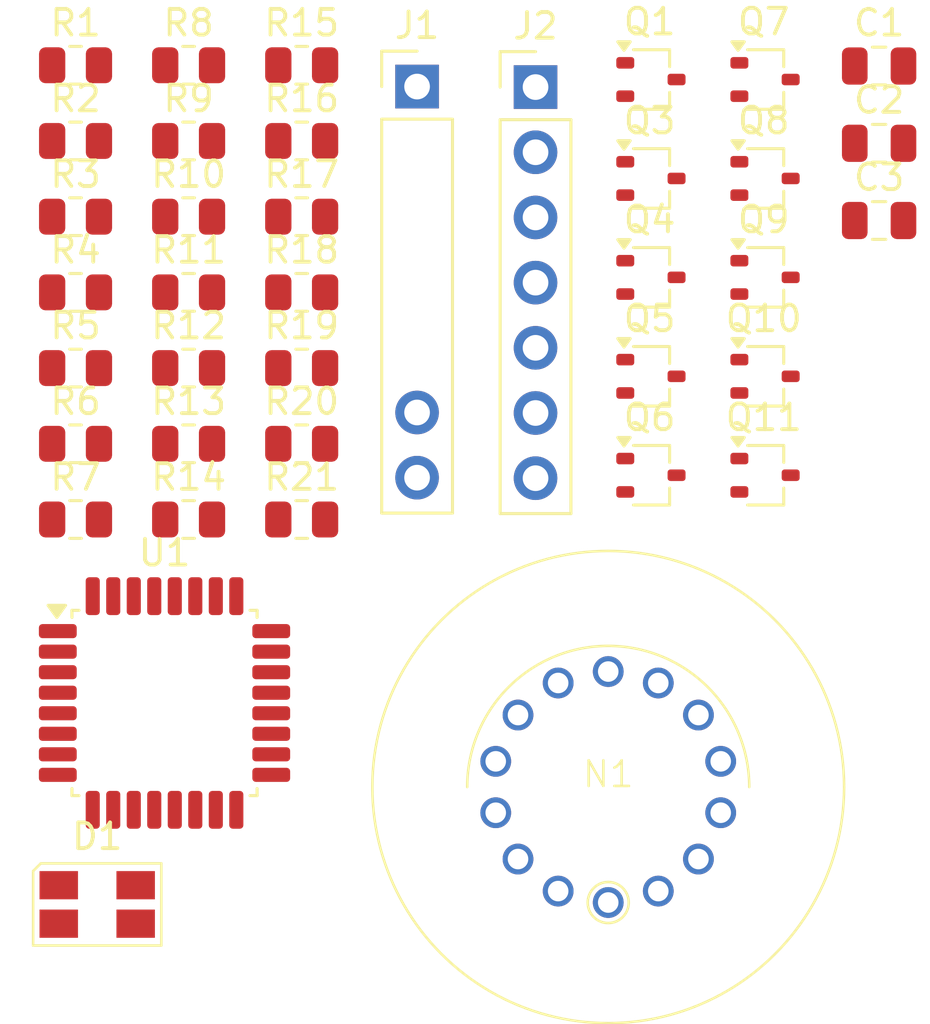
<source format=kicad_pcb>
(kicad_pcb (version 20241229) (generator "pcbnew") (generator_version "9.0")
  (layers (0 "F.Cu" signal) (2 "B.Cu" signal) (13 "F.Paste" user) (15 "B.Paste" user) (5 "F.SilkS" user "F.Silkscreen") (7 "B.SilkS" user "B.Silkscreen") (1 "F.Mask" user) (3 "B.Mask" user) (25 "Edge.Cuts" user))
  (net 0 "")
  (net 1 "+3.3V")
  (net 2 "GND")
  (net 3 "Net-(D1-BK)")
  (net 4 "Net-(D1-RK)")
  (net 5 "Net-(D1-GK)")
  (net 6 "Net-(J1-Pin_1)")
  (net 7 "/SPI_MOSI")
  (net 8 "/NRST")
  (net 9 "/SPI_CS")
  (net 10 "/SPI_SCK")
  (net 11 "/SPI_MISO")
  (net 12 "/SWD_DIO")
  (net 13 "/SWD_CLK")
  (net 14 "Net-(N1-%)")
  (net 16 "Net-(N1-P)")
  (net 17 "Net-(N1-n)")
  (net 18 "Net-(N1-µ)")
  (net 20 "Net-(N1-°С)")
  (net 21 "Net-(N1-m)")
  (net 22 "Net-(N1-K)")
  (net 25 "+HV")
  (net 27 "Net-(N1-M)")
  (net 28 "Net-(Q1-C)")
  (net 29 "Net-(Q1-B)")
  (net 30 "Net-(Q3-E)")
  (net 31 "Net-(Q3-B)")
  (net 32 "Net-(Q4-B)")
  (net 33 "Net-(Q5-B)")
  (net 34 "Net-(Q6-B)")
  (net 35 "Net-(Q7-B)")
  (net 36 "Net-(Q8-B)")
  (net 37 "Net-(Q9-B)")
  (net 38 "Net-(Q10-B)")
  (net 39 "Net-(Q11-B)")
  (net 40 "Net-(U1-PF0)")
  (net 41 "Net-(U1-PF1)")
  (net 42 "Net-(U1-PB6)")
  (net 43 "Net-(U1-PB3)")
  (net 44 "Net-(U1-PA12)")
  (net 45 "/PWM_GREEN")
  (net 46 "/PWM_RED")
  (net 47 "/PWM_BLUE")
  (net 48 "/STM_2")
  (net 49 "/STM_1")
  (net 50 "/STM_8")
  (net 51 "/STM_3")
  (net 52 "/STM_5")
  (net 53 "/STM_6")
  (net 54 "/STM_7")
  (net 55 "/STM_4")
  (net 56 "Net-(U1-PB8)")
  (footprint "Resistor_SMD:R_0805_2012Metric" (layer "F.Cu") (at 74.026758 72.869296)
    (property "Reference" "R19" (at 0 -1.65 0) (layer "F.SilkS"))
    (property "Value" "10k")
    (fp_line (start -0.227064 -0.735) (end 0.227064 -0.735) (stroke (width 0.12)) (layer "F.SilkS"))
    (fp_line (start -0.227064 0.735) (end 0.227064 0.735) (stroke (width 0.12)) (layer "F.SilkS"))
    (pad "1" smd roundrect (at -0.9125 0) (size 1.025 1.4) (layers "F.Cu" "F.Mask" "F.Paste") (roundrect_rratio 0.243902) (net 54 "/STM_7"))
    (pad "2" smd roundrect (at 0.9125 0) (size 1.025 1.4) (layers "F.Cu" "F.Mask" "F.Paste") (roundrect_rratio 0.243902) (net 38 "Net-(Q10-B)"))
  )
  (footprint "Resistor_SMD:R_0805_2012Metric" (layer "F.Cu") (at 65.206758 72.869296)
    (property "Reference" "R5" (at 0 -1.65 0) (layer "F.SilkS"))
    (property "Value" "10k")
    (fp_line (start -0.227064 -0.735) (end 0.227064 -0.735) (stroke (width 0.12)) (layer "F.SilkS"))
    (fp_line (start -0.227064 0.735) (end 0.227064 0.735) (stroke (width 0.12)) (layer "F.SilkS"))
    (pad "1" smd roundrect (at -0.9125 0) (size 1.025 1.4) (layers "F.Cu" "F.Mask" "F.Paste") (roundrect_rratio 0.243902) (net 44 "Net-(U1-PA12)"))
    (pad "2" smd roundrect (at 0.9125 0) (size 1.025 1.4) (layers "F.Cu" "F.Mask" "F.Paste") (roundrect_rratio 0.243902) (net 29 "Net-(Q1-B)"))
  )
  (footprint "Resistor_SMD:R_0805_2012Metric" (layer "F.Cu") (at 69.616758 64.019296)
    (property "Reference" "R9" (at 0 -1.65 0) (layer "F.SilkS"))
    (property "Value" "68k")
    (fp_line (start -0.227064 -0.735) (end 0.227064 -0.735) (stroke (width 0.12)) (layer "F.SilkS"))
    (fp_line (start -0.227064 0.735) (end 0.227064 0.735) (stroke (width 0.12)) (layer "F.SilkS"))
    (pad "1" smd roundrect (at -0.9125 0) (size 1.025 1.4) (layers "F.Cu" "F.Mask" "F.Paste") (roundrect_rratio 0.243902) (net 25 "+HV"))
    (pad "2" smd roundrect (at 0.9125 0) (size 1.025 1.4) (layers "F.Cu" "F.Mask" "F.Paste") (roundrect_rratio 0.243902) (net 30 "Net-(Q3-E)"))
  )
  (footprint "Resistor_SMD:R_0805_2012Metric" (layer "F.Cu") (at 69.616758 72.869296)
    (property "Reference" "R12" (at 0 -1.65 0) (layer "F.SilkS"))
    (property "Value" "330R")
    (fp_line (start -0.227064 -0.735) (end 0.227064 -0.735) (stroke (width 0.12)) (layer "F.SilkS"))
    (fp_line (start -0.227064 0.735) (end 0.227064 0.735) (stroke (width 0.12)) (layer "F.SilkS"))
    (pad "1" smd roundrect (at -0.9125 0) (size 1.025 1.4) (layers "F.Cu" "F.Mask" "F.Paste") (roundrect_rratio 0.243902) (net 3 "Net-(D1-BK)"))
    (pad "2" smd roundrect (at 0.9125 0) (size 1.025 1.4) (layers "F.Cu" "F.Mask" "F.Paste") (roundrect_rratio 0.243902) (net 47 "/PWM_BLUE"))
  )
  (footprint "Capacitor_SMD:C_0805_2012Metric" (layer "F.Cu") (at 96.546758 67.119296)
    (property "Reference" "C3" (at 0 -1.68 0) (layer "F.SilkS"))
    (property "Value" "100n")
    (fp_line (start -0.261252 -0.735) (end 0.261252 -0.735) (stroke (width 0.12)) (layer "F.SilkS"))
    (fp_line (start -0.261252 0.735) (end 0.261252 0.735) (stroke (width 0.12)) (layer "F.SilkS"))
    (pad "1" smd roundrect (at -0.95 0) (size 1 1.45) (layers "F.Cu" "F.Mask" "F.Paste") (net 1 "+3.3V"))
    (pad "2" smd roundrect (at 0.95 0) (size 1 1.45) (layers "F.Cu" "F.Mask" "F.Paste") (net 2 "GND"))
  )
  (footprint "LED_SMD:LED_Avago_PLCC4_3.2x2.8mm_CW" (layer "F.Cu") (at 66.051758 93.769296)
    (property "Reference" "D1" (at 0 -2.65 0) (layer "F.SilkS"))
    (property "Value" "LED_ABRG")
    (fp_line (start -2.5 1.6) (end -2.5 -1.3) (stroke (width 0.1)) (layer "F.SilkS"))
    (fp_line (start -2.5 1.6) (end 2.5 1.6) (stroke (width 0.1)) (layer "F.SilkS"))
    (fp_line (start -2.2 -1.6) (end -2.5 -1.3) (stroke (width 0.1)) (layer "F.SilkS"))
    (fp_line (start -2.2 -1.6) (end 2.5 -1.6) (stroke (width 0.1)) (layer "F.SilkS"))
    (fp_line (start 2.5 1.6) (end 2.5 -1.6) (stroke (width 0.1)) (layer "F.SilkS"))
    (pad "1" smd rect (at -1.5 -0.75) (size 1.5 1.1) (layers "F.Cu" "F.Mask" "F.Paste") (net 1 "+3.3V"))
    (pad "2" smd rect (at 1.5 -0.75) (size 1.5 1.1) (layers "F.Cu" "F.Mask" "F.Paste") (net 3 "Net-(D1-BK)"))
    (pad "3" smd rect (at 1.5 0.75) (size 1.5 1.1) (layers "F.Cu" "F.Mask" "F.Paste") (net 4 "Net-(D1-RK)"))
    (pad "4" smd rect (at -1.5 0.75) (size 1.5 1.1) (layers "F.Cu" "F.Mask" "F.Paste") (net 5 "Net-(D1-GK)"))
  )
  (footprint "Resistor_SMD:R_0805_2012Metric" (layer "F.Cu") (at 65.206758 75.819296)
    (property "Reference" "R6" (at 0 -1.65 0) (layer "F.SilkS"))
    (property "Value" "1M")
    (fp_line (start -0.227064 -0.735) (end 0.227064 -0.735) (stroke (width 0.12)) (layer "F.SilkS"))
    (fp_line (start -0.227064 0.735) (end 0.227064 0.735) (stroke (width 0.12)) (layer "F.SilkS"))
    (pad "1" smd roundrect (at -0.9125 0) (size 1.025 1.4) (layers "F.Cu" "F.Mask" "F.Paste") (roundrect_rratio 0.243902) (net 6 "Net-(J1-Pin_1)"))
    (pad "2" smd roundrect (at 0.9125 0) (size 1.025 1.4) (layers "F.Cu" "F.Mask" "F.Paste") (roundrect_rratio 0.243902) (net 28 "Net-(Q1-C)"))
  )
  (footprint "Package_QFP:TQFP-32_7x7mm_P0.8mm" (layer "F.Cu") (at 68.676758 85.919296)
    (property "Reference" "U1" (at 0 -5.85 0) (layer "F.SilkS"))
    (property "Value" "STM32F042K6")
    (fp_line (start -3.61 -3.61) (end -3.61 -3.335) (stroke (width 0.12)) (layer "F.SilkS"))
    (fp_line (start -3.61 3.61) (end -3.61 3.335) (stroke (width 0.12)) (layer "F.SilkS"))
    (fp_line (start -3.335 -3.61) (end -3.61 -3.61) (stroke (width 0.12)) (layer "F.SilkS"))
    (fp_line (start -3.335 3.61) (end -3.61 3.61) (stroke (width 0.12)) (layer "F.SilkS"))
    (fp_line (start 3.335 -3.61) (end 3.61 -3.61) (stroke (width 0.12)) (layer "F.SilkS"))
    (fp_line (start 3.335 3.61) (end 3.61 3.61) (stroke (width 0.12)) (layer "F.SilkS"))
    (fp_line (start 3.61 -3.61) (end 3.61 -3.335) (stroke (width 0.12)) (layer "F.SilkS"))
    (fp_line (start 3.61 3.61) (end 3.61 3.335) (stroke (width 0.12)) (layer "F.SilkS"))
    (fp_poly (pts (xy -4.2 -3.335) (xy -4.54 -3.805) (xy -3.86 -3.805)) (stroke (width 0.12)) (fill yes) (layer "F.SilkS"))
    (pad "1" smd roundrect (at -4.1625 -2.8) (size 1.475 0.55) (layers "F.Cu" "F.Mask" "F.Paste") (net 1 "+3.3V"))
    (pad "2" smd roundrect (at -4.1625 -2) (size 1.475 0.55) (layers "F.Cu" "F.Mask" "F.Paste") (net 40 "Net-(U1-PF0)"))
    (pad "3" smd roundrect (at -4.1625 -1.2) (size 1.475 0.55) (layers "F.Cu" "F.Mask" "F.Paste") (net 41 "Net-(U1-PF1)"))
    (pad "4" smd roundrect (at -4.1625 -0.4) (size 1.475 0.55) (layers "F.Cu" "F.Mask" "F.Paste") (net 8 "/NRST"))
    (pad "5" smd roundrect (at -4.1625 0.4) (size 1.475 0.55) (layers "F.Cu" "F.Mask" "F.Paste") (net 1 "+3.3V"))
    (pad "6" smd roundrect (at -4.1625 1.2) (size 1.475 0.55) (layers "F.Cu" "F.Mask" "F.Paste") (net 52 "/STM_5"))
    (pad "7" smd roundrect (at -4.1625 2) (size 1.475 0.55) (layers "F.Cu" "F.Mask" "F.Paste") (net 49 "/STM_1"))
    (pad "8" smd roundrect (at -4.1625 2.8) (size 1.475 0.55) (layers "F.Cu" "F.Mask" "F.Paste") (net 48 "/STM_2"))
    (pad "9" smd roundrect (at -2.8 4.1625) (size 0.55 1.475) (layers "F.Cu" "F.Mask" "F.Paste") (net 51 "/STM_3"))
    (pad "10" smd roundrect (at -2 4.1625) (size 0.55 1.475) (layers "F.Cu" "F.Mask" "F.Paste") (net 45 "/PWM_GREEN"))
    (pad "11" smd roundrect (at -1.2 4.1625) (size 0.55 1.475) (layers "F.Cu" "F.Mask" "F.Paste") (net 10 "/SPI_SCK"))
    (pad "12" smd roundrect (at -0.4 4.1625) (size 0.55 1.475) (layers "F.Cu" "F.Mask" "F.Paste") (net 11 "/SPI_MISO"))
    (pad "13" smd roundrect (at 0.4 4.1625) (size 0.55 1.475) (layers "F.Cu" "F.Mask" "F.Paste") (net 7 "/SPI_MOSI"))
    (pad "14" smd roundrect (at 1.2 4.1625) (size 0.55 1.475) (layers "F.Cu" "F.Mask" "F.Paste") (net 47 "/PWM_BLUE"))
    (pad "15" smd roundrect (at 2 4.1625) (size 0.55 1.475) (layers "F.Cu" "F.Mask" "F.Paste") (net 46 "/PWM_RED"))
    (pad "16" smd roundrect (at 2.8 4.1625) (size 0.55 1.475) (layers "F.Cu" "F.Mask" "F.Paste") (net 2 "GND"))
    (pad "17" smd roundrect (at 4.1625 2.8) (size 1.475 0.55) (layers "F.Cu" "F.Mask" "F.Paste") (net 1 "+3.3V"))
    (pad "18" smd roundrect (at 4.1625 2) (size 1.475 0.55) (layers "F.Cu" "F.Mask" "F.Paste") (net 50 "/STM_8"))
    (pad "19" smd roundrect (at 4.1625 1.2) (size 1.475 0.55) (layers "F.Cu" "F.Mask" "F.Paste"))
    (pad "20" smd roundrect (at 4.1625 0.4) (size 1.475 0.55) (layers "F.Cu" "F.Mask" "F.Paste") (net 53 "/STM_6"))
    (pad "21" smd roundrect (at 4.1625 -0.4) (size 1.475 0.55) (layers "F.Cu" "F.Mask" "F.Paste"))
    (pad "22" smd roundrect (at 4.1625 -1.2) (size 1.475 0.55) (layers "F.Cu" "F.Mask" "F.Paste") (net 44 "Net-(U1-PA12)"))
    (pad "23" smd roundrect (at 4.1625 -2) (size 1.475 0.55) (layers "F.Cu" "F.Mask" "F.Paste") (net 12 "/SWD_DIO"))
    (pad "24" smd roundrect (at 4.1625 -2.8) (size 1.475 0.55) (layers "F.Cu" "F.Mask" "F.Paste") (net 13 "/SWD_CLK"))
    (pad "25" smd roundrect (at 2.8 -4.1625) (size 0.55 1.475) (layers "F.Cu" "F.Mask" "F.Paste") (net 9 "/SPI_CS"))
    (pad "26" smd roundrect (at 2 -4.1625) (size 0.55 1.475) (layers "F.Cu" "F.Mask" "F.Paste") (net 43 "Net-(U1-PB3)"))
    (pad "27" smd roundrect (at 1.2 -4.1625) (size 0.55 1.475) (layers "F.Cu" "F.Mask" "F.Paste"))
    (pad "28" smd roundrect (at 0.4 -4.1625) (size 0.55 1.475) (layers "F.Cu" "F.Mask" "F.Paste") (net 54 "/STM_7"))
    (pad "29" smd roundrect (at -0.4 -4.1625) (size 0.55 1.475) (layers "F.Cu" "F.Mask" "F.Paste") (net 42 "Net-(U1-PB6)"))
    (pad "30" smd roundrect (at -1.2 -4.1625) (size 0.55 1.475) (layers "F.Cu" "F.Mask" "F.Paste") (net 55 "/STM_4"))
    (pad "31" smd roundrect (at -2 -4.1625) (size 0.55 1.475) (layers "F.Cu" "F.Mask" "F.Paste") (net 56 "Net-(U1-PB8)"))
    (pad "32" smd roundrect (at -2.8 -4.1625) (size 0.55 1.475) (layers "F.Cu" "F.Mask" "F.Paste") (net 2 "GND"))
  )
  (footprint "Resistor_SMD:R_0805_2012Metric" (layer "F.Cu") (at 74.026758 61.069296)
    (property "Reference" "R15" (at 0 -1.65 0) (layer "F.SilkS"))
    (property "Value" "10k")
    (fp_line (start -0.227064 -0.735) (end 0.227064 -0.735) (stroke (width 0.12)) (layer "F.SilkS"))
    (fp_line (start -0.227064 0.735) (end 0.227064 0.735) (stroke (width 0.12)) (layer "F.SilkS"))
    (pad "1" smd roundrect (at -0.9125 0) (size 1.025 1.4) (layers "F.Cu" "F.Mask" "F.Paste") (roundrect_rratio 0.243902) (net 50 "/STM_8"))
    (pad "2" smd roundrect (at 0.9125 0) (size 1.025 1.4) (layers "F.Cu" "F.Mask" "F.Paste") (roundrect_rratio 0.243902) (net 34 "Net-(Q6-B)"))
  )
  (footprint "Capacitor_SMD:C_0805_2012Metric" (layer "F.Cu") (at 96.546758 61.099296)
    (property "Reference" "C1" (at 0 -1.68 0) (layer "F.SilkS"))
    (property "Value" "100n")
    (fp_line (start -0.261252 -0.735) (end 0.261252 -0.735) (stroke (width 0.12)) (layer "F.SilkS"))
    (fp_line (start -0.261252 0.735) (end 0.261252 0.735) (stroke (width 0.12)) (layer "F.SilkS"))
    (pad "1" smd roundrect (at -0.95 0) (size 1 1.45) (layers "F.Cu" "F.Mask" "F.Paste") (net 1 "+3.3V"))
    (pad "2" smd roundrect (at 0.95 0) (size 1 1.45) (layers "F.Cu" "F.Mask" "F.Paste") (net 2 "GND"))
  )
  (footprint "Resistor_SMD:R_0805_2012Metric" (layer "F.Cu") (at 74.026758 69.919296)
    (property "Reference" "R18" (at 0 -1.65 0) (layer "F.SilkS"))
    (property "Value" "10k")
    (fp_line (start -0.227064 -0.735) (end 0.227064 -0.735) (stroke (width 0.12)) (layer "F.SilkS"))
    (fp_line (start -0.227064 0.735) (end 0.227064 0.735) (stroke (width 0.12)) (layer "F.SilkS"))
    (pad "1" smd roundrect (at -0.9125 0) (size 1.025 1.4) (layers "F.Cu" "F.Mask" "F.Paste") (roundrect_rratio 0.243902) (net 53 "/STM_6"))
    (pad "2" smd roundrect (at 0.9125 0) (size 1.025 1.4) (layers "F.Cu" "F.Mask" "F.Paste") (roundrect_rratio 0.243902) (net 37 "Net-(Q9-B)"))
  )
  (footprint "Connector_PinHeader_2.54mm:PinHeader_1x07_P2.54mm_Vertical_special" (layer "F.Cu") (at 78.526758 61.899296)
    (property "Reference" "J1" (at 0 -2.38 0) (layer "F.SilkS"))
    (property "Value" "Conn_01x07")
    (fp_line (start -1.38 -1.38) (end 0 -1.38) (stroke (width 0.12)) (layer "F.SilkS"))
    (fp_line (start -1.38 0) (end -1.38 -1.38) (stroke (width 0.12)) (layer "F.SilkS"))
    (fp_line (start -1.38 1.27) (end -1.38 16.62) (stroke (width 0.12)) (layer "F.SilkS"))
    (fp_line (start -1.38 1.27) (end 1.38 1.27) (stroke (width 0.12)) (layer "F.SilkS"))
    (fp_line (start -1.38 16.62) (end 1.38 16.62) (stroke (width 0.12)) (layer "F.SilkS"))
    (fp_line (start 1.38 1.27) (end 1.38 16.62) (stroke (width 0.12)) (layer "F.SilkS"))
    (pad "1" thru_hole rect (at 0 0) (size 1.7 1.7) (drill 1) (layers "*.Cu" "*.Mask") (net 6 "Net-(J1-Pin_1)"))
    (pad "6" thru_hole circle (at 0 12.7) (size 1.7 1.7) (drill 1) (layers "*.Cu" "*.Mask") (net 2 "GND"))
    (pad "7" thru_hole circle (at 0 15.24) (size 1.7 1.7) (drill 1) (layers "*.Cu" "*.Mask") (net 1 "+3.3V"))
  )
  (footprint "Package_TO_SOT_SMD:SOT-323_SC-70" (layer "F.Cu") (at 87.646758 73.189296)
    (property "Reference" "Q5" (at -0.05 -2.25 0) (layer "F.SilkS"))
    (property "Value" "BF820W")
    (fp_line (start -0.68 -1.16) (end 0.73 -1.16) (stroke (width 0.12)) (layer "F.SilkS"))
    (fp_line (start -0.68 1.16) (end 0.73 1.16) (stroke (width 0.12)) (layer "F.SilkS"))
    (fp_line (start 0.73 -1.16) (end 0.73 -0.5) (stroke (width 0.12)) (layer "F.SilkS"))
    (fp_line (start 0.73 0.5) (end 0.73 1.16) (stroke (width 0.12)) (layer "F.SilkS"))
    (fp_poly (pts (xy -1.05 -1.14) (xy -1.29 -1.47) (xy -0.81 -1.47) (xy -1.05 -1.14)) (stroke (width 0.12)) (fill yes) (layer "F.SilkS"))
    (pad "1" smd roundrect (at -1 -0.65 270) (size 0.45 0.7) (layers "F.Cu" "F.Mask" "F.Paste") (net 33 "Net-(Q5-B)"))
    (pad "2" smd roundrect (at -1 0.65 270) (size 0.45 0.7) (layers "F.Cu" "F.Mask" "F.Paste") (net 2 "GND"))
    (pad "3" smd roundrect (at 1 0 270) (size 0.45 0.7) (layers "F.Cu" "F.Mask" "F.Paste") (net 14 "Net-(N1-%)"))
  )
  (footprint "Package_TO_SOT_SMD:SOT-323_SC-70" (layer "F.Cu") (at 87.646758 65.479296)
    (property "Reference" "Q3" (at -0.05 -2.25 0) (layer "F.SilkS"))
    (property "Value" "MSB92W")
    (fp_line (start -0.68 -1.16) (end 0.73 -1.16) (stroke (width 0.12)) (layer "F.SilkS"))
    (fp_line (start -0.68 1.16) (end 0.73 1.16) (stroke (width 0.12)) (layer "F.SilkS"))
    (fp_line (start 0.73 -1.16) (end 0.73 -0.5) (stroke (width 0.12)) (layer "F.SilkS"))
    (fp_line (start 0.73 0.5) (end 0.73 1.16) (stroke (width 0.12)) (layer "F.SilkS"))
    (fp_poly (pts (xy -1.05 -1.14) (xy -1.29 -1.47) (xy -0.81 -1.47) (xy -1.05 -1.14)) (stroke (width 0.12)) (fill yes) (layer "F.SilkS"))
    (pad "1" smd roundrect (at -1 -0.65 270) (size 0.45 0.7) (layers "F.Cu" "F.Mask" "F.Paste") (net 31 "Net-(Q3-B)"))
    (pad "2" smd roundrect (at -1 0.65 270) (size 0.45 0.7) (layers "F.Cu" "F.Mask" "F.Paste") (net 30 "Net-(Q3-E)"))
    (pad "3" smd roundrect (at 1 0 270) (size 0.45 0.7) (layers "F.Cu" "F.Mask" "F.Paste") (net 6 "Net-(J1-Pin_1)"))
  )
  (footprint "Resistor_SMD:R_0805_2012Metric" (layer "F.Cu") (at 65.206758 64.019296)
    (property "Reference" "R2" (at 0 -1.65 0) (layer "F.SilkS"))
    (property "Value" "10k")
    (fp_line (start -0.227064 -0.735) (end 0.227064 -0.735) (stroke (width 0.12)) (layer "F.SilkS"))
    (fp_line (start -0.227064 0.735) (end 0.227064 0.735) (stroke (width 0.12)) (layer "F.SilkS"))
    (pad "1" smd roundrect (at -0.9125 0) (size 1.025 1.4) (layers "F.Cu" "F.Mask" "F.Paste") (roundrect_rratio 0.243902) (net 1 "+3.3V"))
    (pad "2" smd roundrect (at 0.9125 0) (size 1.025 1.4) (layers "F.Cu" "F.Mask" "F.Paste") (roundrect_rratio 0.243902) (net 41 "Net-(U1-PF1)"))
  )
  (footprint "Valve:IN-19A" (layer "F.Cu") (at 85.981758 89.194296)
    (property "Reference" "N1" (at 0 -0.5 0) (layer "F.SilkS") (effects (font (thickness 0.1))))
    (property "Value" "IN-19A")
    (fp_arc (start -5.5 0) (mid 0 -5.5) (end 5.5 0) (stroke (width 0.1)) (layer "F.SilkS"))
    (fp_circle (center 0 0) (end 9.2 0) (stroke (width 0.1)) (fill no) (layer "F.SilkS"))
    (fp_circle (center 0 4.5) (end 0.8 4.5) (stroke (width 0.1)) (fill no) (layer "F.SilkS"))
    (pad "1" thru_hole circle (at 0 4.5) (size 1.2 1.2) (drill 0.8) (layers "*.Cu" "*.Mask"))
    (pad "2" thru_hole circle (at -1.952477 4.05436) (size 1.2 1.2) (drill 0.8) (layers "*.Cu" "*.Mask") (net 14 "Net-(N1-%)"))
    (pad "3" thru_hole circle (at -3.518242 2.805704) (size 1.2 1.2) (drill 0.8) (layers "*.Cu" "*.Mask"))
    (pad "4" thru_hole circle (at -4.387176 1.001344) (size 1.2 1.2) (drill 0.8) (layers "*.Cu" "*.Mask") (net 27 "Net-(N1-M)"))
    (pad "5" thru_hole circle (at -4.387176 -1.001344) (size 1.2 1.2) (drill 0.8) (layers "*.Cu" "*.Mask") (net 16 "Net-(N1-P)"))
    (pad "6" thru_hole circle (at -3.518242 -2.805704) (size 1.2 1.2) (drill 0.8) (layers "*.Cu" "*.Mask") (net 21 "Net-(N1-m)"))
    (pad "7" thru_hole circle (at -1.952477 -4.05436) (size 1.2 1.2) (drill 0.8) (layers "*.Cu" "*.Mask"))
    (pad "8" thru_hole circle (at 0 -4.5) (size 1.2 1.2) (drill 0.8) (layers "*.Cu" "*.Mask") (net 25 "+HV"))
    (pad "9" thru_hole circle (at 1.952477 -4.05436) (size 1.2 1.2) (drill 0.8) (layers "*.Cu" "*.Mask"))
    (pad "10" thru_hole circle (at 3.518242 -2.805704) (size 1.2 1.2) (drill 0.8) (layers "*.Cu" "*.Mask") (net 22 "Net-(N1-K)"))
    (pad "11" thru_hole circle (at 4.387176 -1.001344) (size 1.2 1.2) (drill 0.8) (layers "*.Cu" "*.Mask") (net 17 "Net-(N1-n)"))
    (pad "12" thru_hole circle (at 4.387176 1.001344) (size 1.2 1.2) (drill 0.8) (layers "*.Cu" "*.Mask") (net 18 "Net-(N1-µ)"))
    (pad "13" thru_hole circle (at 3.518242 2.805704) (size 1.2 1.2) (drill 0.8) (layers "*.Cu" "*.Mask"))
    (pad "14" thru_hole circle (at 1.952477 4.05436) (size 1.2 1.2) (drill 0.8) (layers "*.Cu" "*.Mask") (net 20 "Net-(N1-°С)"))
  )
  (footprint "Capacitor_SMD:C_0805_2012Metric" (layer "F.Cu") (at 96.546758 64.109296)
    (property "Reference" "C2" (at 0 -1.68 0) (layer "F.SilkS"))
    (property "Value" "100n")
    (fp_line (start -0.261252 -0.735) (end 0.261252 -0.735) (stroke (width 0.12)) (layer "F.SilkS"))
    (fp_line (start -0.261252 0.735) (end 0.261252 0.735) (stroke (width 0.12)) (layer "F.SilkS"))
    (pad "1" smd roundrect (at -0.95 0) (size 1 1.45) (layers "F.Cu" "F.Mask" "F.Paste") (net 1 "+3.3V"))
    (pad "2" smd roundrect (at 0.95 0) (size 1 1.45) (layers "F.Cu" "F.Mask" "F.Paste") (net 2 "GND"))
  )
  (footprint "Resistor_SMD:R_0805_2012Metric" (layer "F.Cu") (at 69.616758 78.769296)
    (property "Reference" "R14" (at 0 -1.65 0) (layer "F.SilkS"))
    (property "Value" "10k")
    (fp_line (start -0.227064 -0.735) (end 0.227064 -0.735) (stroke (width 0.12)) (layer "F.SilkS"))
    (fp_line (start -0.227064 0.735) (end 0.227064 0.735) (stroke (width 0.12)) (layer "F.SilkS"))
    (pad "1" smd roundrect (at -0.9125 0) (size 1.025 1.4) (layers "F.Cu" "F.Mask" "F.Paste") (roundrect_rratio 0.243902) (net 49 "/STM_1"))
    (pad "2" smd roundrect (at 0.9125 0) (size 1.025 1.4) (layers "F.Cu" "F.Mask" "F.Paste") (roundrect_rratio 0.243902) (net 33 "Net-(Q5-B)"))
  )
  (footprint "Resistor_SMD:R_0805_2012Metric" (layer "F.Cu") (at 65.206758 61.069296)
    (property "Reference" "R1" (at 0 -1.65 0) (layer "F.SilkS"))
    (property "Value" "10k")
    (fp_line (start -0.227064 -0.735) (end 0.227064 -0.735) (stroke (width 0.12)) (layer "F.SilkS"))
    (fp_line (start -0.227064 0.735) (end 0.227064 0.735) (stroke (width 0.12)) (layer "F.SilkS"))
    (pad "1" smd roundrect (at -0.9125 0) (size 1.025 1.4) (layers "F.Cu" "F.Mask" "F.Paste") (roundrect_rratio 0.243902) (net 1 "+3.3V"))
    (pad "2" smd roundrect (at 0.9125 0) (size 1.025 1.4) (layers "F.Cu" "F.Mask" "F.Paste") (roundrect_rratio 0.243902) (net 40 "Net-(U1-PF0)"))
  )
  (footprint "Connector_PinHeader_2.54mm:PinHeader_1x07_P2.54mm_Vertical" (layer "F.Cu") (at 83.146758 61.919296)
    (property "Reference" "J2" (at 0 -2.38 0) (layer "F.SilkS"))
    (property "Value" "Conn_01x07")
    (fp_line (start -1.38 -1.38) (end 0 -1.38) (stroke (width 0.12)) (layer "F.SilkS"))
    (fp_line (start -1.38 0) (end -1.38 -1.38) (stroke (width 0.12)) (layer "F.SilkS"))
    (fp_line (start -1.38 1.27) (end -1.38 16.62) (stroke (width 0.12)) (layer "F.SilkS"))
    (fp_line (start -1.38 1.27) (end 1.38 1.27) (stroke (width 0.12)) (layer "F.SilkS"))
    (fp_line (start -1.38 16.62) (end 1.38 16.62) (stroke (width 0.12)) (layer "F.SilkS"))
    (fp_line (start 1.38 1.27) (end 1.38 16.62) (stroke (width 0.12)) (layer "F.SilkS"))
    (pad "1" thru_hole rect (at 0 0) (size 1.7 1.7) (drill 1) (layers "*.Cu" "*.Mask") (net 8 "/NRST"))
    (pad "2" thru_hole circle (at 0 2.54) (size 1.7 1.7) (drill 1) (layers "*.Cu" "*.Mask") (net 10 "/SPI_SCK"))
    (pad "3" thru_hole circle (at 0 5.08) (size 1.7 1.7) (drill 1) (layers "*.Cu" "*.Mask") (net 11 "/SPI_MISO"))
    (pad "4" thru_hole circle (at 0 7.62) (size 1.7 1.7) (drill 1) (layers "*.Cu" "*.Mask") (net 7 "/SPI_MOSI"))
    (pad "5" thru_hole circle (at 0 10.16) (size 1.7 1.7) (drill 1) (layers "*.Cu" "*.Mask") (net 9 "/SPI_CS"))
    (pad "6" thru_hole circle (at 0 12.7) (size 1.7 1.7) (drill 1) (layers "*.Cu" "*.Mask") (net 12 "/SWD_DIO"))
    (pad "7" thru_hole circle (at 0 15.24) (size 1.7 1.7) (drill 1) (layers "*.Cu" "*.Mask") (net 13 "/SWD_CLK"))
  )
  (footprint "Package_TO_SOT_SMD:SOT-323_SC-70" (layer "F.Cu") (at 87.646758 77.044296)
    (property "Reference" "Q6" (at -0.05 -2.25 0) (layer "F.SilkS"))
    (property "Value" "BF820W")
    (fp_line (start -0.68 -1.16) (end 0.73 -1.16) (stroke (width 0.12)) (layer "F.SilkS"))
    (fp_line (start -0.68 1.16) (end 0.73 1.16) (stroke (width 0.12)) (layer "F.SilkS"))
    (fp_line (start 0.73 -1.16) (end 0.73 -0.5) (stroke (width 0.12)) (layer "F.SilkS"))
    (fp_line (start 0.73 0.5) (end 0.73 1.16) (stroke (width 0.12)) (layer "F.SilkS"))
    (fp_poly (pts (xy -1.05 -1.14) (xy -1.29 -1.47) (xy -0.81 -1.47) (xy -1.05 -1.14)) (stroke (width 0.12)) (fill yes) (layer "F.SilkS"))
    (pad "1" smd roundrect (at -1 -0.65 270) (size 0.45 0.7) (layers "F.Cu" "F.Mask" "F.Paste") (net 34 "Net-(Q6-B)"))
    (pad "2" smd roundrect (at -1 0.65 270) (size 0.45 0.7) (layers "F.Cu" "F.Mask" "F.Paste") (net 2 "GND"))
    (pad "3" smd roundrect (at 1 0 270) (size 0.45 0.7) (layers "F.Cu" "F.Mask" "F.Paste") (net 20 "Net-(N1-°С)"))
  )
  (footprint "Resistor_SMD:R_0805_2012Metric" (layer "F.Cu") (at 69.616758 75.819296)
    (property "Reference" "R13" (at 0 -1.65 0) (layer "F.SilkS"))
    (property "Value" "10k")
    (fp_line (start -0.227064 -0.735) (end 0.227064 -0.735) (stroke (width 0.12)) (layer "F.SilkS"))
    (fp_line (start -0.227064 0.735) (end 0.227064 0.735) (stroke (width 0.12)) (layer "F.SilkS"))
    (pad "1" smd roundrect (at -0.9125 0) (size 1.025 1.4) (layers "F.Cu" "F.Mask" "F.Paste") (roundrect_rratio 0.243902) (net 48 "/STM_2"))
    (pad "2" smd roundrect (at 0.9125 0) (size 1.025 1.4) (layers "F.Cu" "F.Mask" "F.Paste") (roundrect_rratio 0.243902) (net 32 "Net-(Q4-B)"))
  )
  (footprint "Resistor_SMD:R_0805_2012Metric" (layer "F.Cu") (at 69.616758 69.919296)
    (property "Reference" "R11" (at 0 -1.65 0) (layer "F.SilkS"))
    (property "Value" "330R")
    (fp_line (start -0.227064 -0.735) (end 0.227064 -0.735) (stroke (width 0.12)) (layer "F.SilkS"))
    (fp_line (start -0.227064 0.735) (end 0.227064 0.735) (stroke (width 0.12)) (layer "F.SilkS"))
    (pad "1" smd roundrect (at -0.9125 0) (size 1.025 1.4) (layers "F.Cu" "F.Mask" "F.Paste") (roundrect_rratio 0.243902) (net 4 "Net-(D1-RK)"))
    (pad "2" smd roundrect (at 0.9125 0) (size 1.025 1.4) (layers "F.Cu" "F.Mask" "F.Paste") (roundrect_rratio 0.243902) (net 46 "/PWM_RED"))
  )
  (footprint "Resistor_SMD:R_0805_2012Metric" (layer "F.Cu") (at 65.206758 66.969296)
    (property "Reference" "R3" (at 0 -1.65 0) (layer "F.SilkS"))
    (property "Value" "10k")
    (fp_line (start -0.227064 -0.735) (end 0.227064 -0.735) (stroke (width 0.12)) (layer "F.SilkS"))
    (fp_line (start -0.227064 0.735) (end 0.227064 0.735) (stroke (width 0.12)) (layer "F.SilkS"))
    (pad "1" smd roundrect (at -0.9125 0) (size 1.025 1.4) (layers "F.Cu" "F.Mask" "F.Paste") (roundrect_rratio 0.243902) (net 1 "+3.3V"))
    (pad "2" smd roundrect (at 0.9125 0) (size 1.025 1.4) (layers "F.Cu" "F.Mask" "F.Paste") (roundrect_rratio 0.243902) (net 42 "Net-(U1-PB6)"))
  )
  (footprint "Package_TO_SOT_SMD:SOT-323_SC-70" (layer "F.Cu") (at 92.096758 61.624296)
    (property "Reference" "Q7" (at -0.05 -2.25 0) (layer "F.SilkS"))
    (property "Value" "BF820W")
    (fp_line (start -0.68 -1.16) (end 0.73 -1.16) (stroke (width 0.12)) (layer "F.SilkS"))
    (fp_line (start -0.68 1.16) (end 0.73 1.16) (stroke (width 0.12)) (layer "F.SilkS"))
    (fp_line (start 0.73 -1.16) (end 0.73 -0.5) (stroke (width 0.12)) (layer "F.SilkS"))
    (fp_line (start 0.73 0.5) (end 0.73 1.16) (stroke (width 0.12)) (layer "F.SilkS"))
    (fp_poly (pts (xy -1.05 -1.14) (xy -1.29 -1.47) (xy -0.81 -1.47) (xy -1.05 -1.14)) (stroke (width 0.12)) (fill yes) (layer "F.SilkS"))
    (pad "1" smd roundrect (at -1 -0.65 270) (size 0.45 0.7) (layers "F.Cu" "F.Mask" "F.Paste") (net 35 "Net-(Q7-B)"))
    (pad "2" smd roundrect (at -1 0.65 270) (size 0.45 0.7) (layers "F.Cu" "F.Mask" "F.Paste") (net 2 "GND"))
    (pad "3" smd roundrect (at 1 0 270) (size 0.45 0.7) (layers "F.Cu" "F.Mask" "F.Paste") (net 16 "Net-(N1-P)"))
  )
  (footprint "Package_TO_SOT_SMD:SOT-323_SC-70" (layer "F.Cu") (at 92.096758 77.044296)
    (property "Reference" "Q11" (at -0.05 -2.25 0) (layer "F.SilkS"))
    (property "Value" "BF820W")
    (fp_line (start -0.68 -1.16) (end 0.73 -1.16) (stroke (width 0.12)) (layer "F.SilkS"))
    (fp_line (start -0.68 1.16) (end 0.73 1.16) (stroke (width 0.12)) (layer "F.SilkS"))
    (fp_line (start 0.73 -1.16) (end 0.73 -0.5) (stroke (width 0.12)) (layer "F.SilkS"))
    (fp_line (start 0.73 0.5) (end 0.73 1.16) (stroke (width 0.12)) (layer "F.SilkS"))
    (fp_poly (pts (xy -1.05 -1.14) (xy -1.29 -1.47) (xy -0.81 -1.47) (xy -1.05 -1.14)) (stroke (width 0.12)) (fill yes) (layer "F.SilkS"))
    (pad "1" smd roundrect (at -1 -0.65 270) (size 0.45 0.7) (layers "F.Cu" "F.Mask" "F.Paste") (net 39 "Net-(Q11-B)"))
    (pad "2" smd roundrect (at -1 0.65 270) (size 0.45 0.7) (layers "F.Cu" "F.Mask" "F.Paste") (net 2 "GND"))
    (pad "3" smd roundrect (at 1 0 270) (size 0.45 0.7) (layers "F.Cu" "F.Mask" "F.Paste") (net 21 "Net-(N1-m)"))
  )
  (footprint "Resistor_SMD:R_0805_2012Metric" (layer "F.Cu") (at 69.616758 66.969296)
    (property "Reference" "R10" (at 0 -1.65 0) (layer "F.SilkS"))
    (property "Value" "680R")
    (fp_line (start -0.227064 -0.735) (end 0.227064 -0.735) (stroke (width 0.12)) (layer "F.SilkS"))
    (fp_line (start -0.227064 0.735) (end 0.227064 0.735) (stroke (width 0.12)) (layer "F.SilkS"))
    (pad "1" smd roundrect (at -0.9125 0) (size 1.025 1.4) (layers "F.Cu" "F.Mask" "F.Paste") (roundrect_rratio 0.243902) (net 5 "Net-(D1-GK)"))
    (pad "2" smd roundrect (at 0.9125 0) (size 1.025 1.4) (layers "F.Cu" "F.Mask" "F.Paste") (roundrect_rratio 0.243902) (net 45 "/PWM_GREEN"))
  )
  (footprint "Resistor_SMD:R_0805_2012Metric" (layer "F.Cu") (at 65.206758 69.919296)
    (property "Reference" "R4" (at 0 -1.65 0) (layer "F.SilkS"))
    (property "Value" "10k")
    (fp_line (start -0.227064 -0.735) (end 0.227064 -0.735) (stroke (width 0.12)) (layer "F.SilkS"))
    (fp_line (start -0.227064 0.735) (end 0.227064 0.735) (stroke (width 0.12)) (layer "F.SilkS"))
    (pad "1" smd roundrect (at -0.9125 0) (size 1.025 1.4) (layers "F.Cu" "F.Mask" "F.Paste") (roundrect_rratio 0.243902) (net 1 "+3.3V"))
    (pad "2" smd roundrect (at 0.9125 0) (size 1.025 1.4) (layers "F.Cu" "F.Mask" "F.Paste") (roundrect_rratio 0.243902) (net 43 "Net-(U1-PB3)"))
  )
  (footprint "Resistor_SMD:R_0805_2012Metric" (layer "F.Cu") (at 74.026758 75.819296)
    (property "Reference" "R20" (at 0 -1.65 0) (layer "F.SilkS"))
    (property "Value" "10k")
    (fp_line (start -0.227064 -0.735) (end 0.227064 -0.735) (stroke (width 0.12)) (layer "F.SilkS"))
    (fp_line (start -0.227064 0.735) (end 0.227064 0.735) (stroke (width 0.12)) (layer "F.SilkS"))
    (pad "1" smd roundrect (at -0.9125 0) (size 1.025 1.4) (layers "F.Cu" "F.Mask" "F.Paste") (roundrect_rratio 0.243902) (net 55 "/STM_4"))
    (pad "2" smd roundrect (at 0.9125 0) (size 1.025 1.4) (layers "F.Cu" "F.Mask" "F.Paste") (roundrect_rratio 0.243902) (net 39 "Net-(Q11-B)"))
  )
  (footprint "Package_TO_SOT_SMD:SOT-323_SC-70" (layer "F.Cu") (at 87.646758 61.624296)
    (property "Reference" "Q1" (at -0.05 -2.25 0) (layer "F.SilkS"))
    (property "Value" "BF820W")
    (fp_line (start -0.68 -1.16) (end 0.73 -1.16) (stroke (width 0.12)) (layer "F.SilkS"))
    (fp_line (start -0.68 1.16) (end 0.73 1.16) (stroke (width 0.12)) (layer "F.SilkS"))
    (fp_line (start 0.73 -1.16) (end 0.73 -0.5) (stroke (width 0.12)) (layer "F.SilkS"))
    (fp_line (start 0.73 0.5) (end 0.73 1.16) (stroke (width 0.12)) (layer "F.SilkS"))
    (fp_poly (pts (xy -1.05 -1.14) (xy -1.29 -1.47) (xy -0.81 -1.47) (xy -1.05 -1.14)) (stroke (width 0.12)) (fill yes) (layer "F.SilkS"))
    (pad "1" smd roundrect (at -1 -0.65 270) (size 0.45 0.7) (layers "F.Cu" "F.Mask" "F.Paste") (net 29 "Net-(Q1-B)"))
    (pad "2" smd roundrect (at -1 0.65 270) (size 0.45 0.7) (layers "F.Cu" "F.Mask" "F.Paste") (net 2 "GND"))
    (pad "3" smd roundrect (at 1 0 270) (size 0.45 0.7) (layers "F.Cu" "F.Mask" "F.Paste") (net 28 "Net-(Q1-C)"))
  )
  (footprint "Package_TO_SOT_SMD:SOT-323_SC-70" (layer "F.Cu") (at 92.096758 73.189296)
    (property "Reference" "Q10" (at -0.05 -2.25 0) (layer "F.SilkS"))
    (property "Value" "BF820W")
    (fp_line (start -0.68 -1.16) (end 0.73 -1.16) (stroke (width 0.12)) (layer "F.SilkS"))
    (fp_line (start -0.68 1.16) (end 0.73 1.16) (stroke (width 0.12)) (layer "F.SilkS"))
    (fp_line (start 0.73 -1.16) (end 0.73 -0.5) (stroke (width 0.12)) (layer "F.SilkS"))
    (fp_line (start 0.73 0.5) (end 0.73 1.16) (stroke (width 0.12)) (layer "F.SilkS"))
    (fp_poly (pts (xy -1.05 -1.14) (xy -1.29 -1.47) (xy -0.81 -1.47) (xy -1.05 -1.14)) (stroke (width 0.12)) (fill yes) (layer "F.SilkS"))
    (pad "1" smd roundrect (at -1 -0.65 270) (size 0.45 0.7) (layers "F.Cu" "F.Mask" "F.Paste") (net 38 "Net-(Q10-B)"))
    (pad "2" smd roundrect (at -1 0.65 270) (size 0.45 0.7) (layers "F.Cu" "F.Mask" "F.Paste") (net 2 "GND"))
    (pad "3" smd roundrect (at 1 0 270) (size 0.45 0.7) (layers "F.Cu" "F.Mask" "F.Paste") (net 18 "Net-(N1-µ)"))
  )
  (footprint "Resistor_SMD:R_0805_2012Metric" (layer "F.Cu") (at 74.026758 64.019296)
    (property "Reference" "R16" (at 0 -1.65 0) (layer "F.SilkS"))
    (property "Value" "10k")
    (fp_line (start -0.227064 -0.735) (end 0.227064 -0.735) (stroke (width 0.12)) (layer "F.SilkS"))
    (fp_line (start -0.227064 0.735) (end 0.227064 0.735) (stroke (width 0.12)) (layer "F.SilkS"))
    (pad "1" smd roundrect (at -0.9125 0) (size 1.025 1.4) (layers "F.Cu" "F.Mask" "F.Paste") (roundrect_rratio 0.243902) (net 51 "/STM_3"))
    (pad "2" smd roundrect (at 0.9125 0) (size 1.025 1.4) (layers "F.Cu" "F.Mask" "F.Paste") (roundrect_rratio 0.243902) (net 35 "Net-(Q7-B)"))
  )
  (footprint "Resistor_SMD:R_0805_2012Metric" (layer "F.Cu") (at 74.026758 66.969296)
    (property "Reference" "R17" (at 0 -1.65 0) (layer "F.SilkS"))
    (property "Value" "10k")
    (fp_line (start -0.227064 -0.735) (end 0.227064 -0.735) (stroke (width 0.12)) (layer "F.SilkS"))
    (fp_line (start -0.227064 0.735) (end 0.227064 0.735) (stroke (width 0.12)) (layer "F.SilkS"))
    (pad "1" smd roundrect (at -0.9125 0) (size 1.025 1.4) (layers "F.Cu" "F.Mask" "F.Paste") (roundrect_rratio 0.243902) (net 52 "/STM_5"))
    (pad "2" smd roundrect (at 0.9125 0) (size 1.025 1.4) (layers "F.Cu" "F.Mask" "F.Paste") (roundrect_rratio 0.243902) (net 36 "Net-(Q8-B)"))
  )
  (footprint "Package_TO_SOT_SMD:SOT-323_SC-70" (layer "F.Cu") (at 92.096758 69.334296)
    (property "Reference" "Q9" (at -0.05 -2.25 0) (layer "F.SilkS"))
    (property "Value" "BF820W")
    (fp_line (start -0.68 -1.16) (end 0.73 -1.16) (stroke (width 0.12)) (layer "F.SilkS"))
    (fp_line (start -0.68 1.16) (end 0.73 1.16) (stroke (width 0.12)) (layer "F.SilkS"))
    (fp_line (start 0.73 -1.16) (end 0.73 -0.5) (stroke (width 0.12)) (layer "F.SilkS"))
    (fp_line (start 0.73 0.5) (end 0.73 1.16) (stroke (width 0.12)) (layer "F.SilkS"))
    (fp_poly (pts (xy -1.05 -1.14) (xy -1.29 -1.47) (xy -0.81 -1.47) (xy -1.05 -1.14)) (stroke (width 0.12)) (fill yes) (layer "F.SilkS"))
    (pad "1" smd roundrect (at -1 -0.65 270) (size 0.45 0.7) (layers "F.Cu" "F.Mask" "F.Paste") (net 37 "Net-(Q9-B)"))
    (pad "2" smd roundrect (at -1 0.65 270) (size 0.45 0.7) (layers "F.Cu" "F.Mask" "F.Paste") (net 2 "GND"))
    (pad "3" smd roundrect (at 1 0 270) (size 0.45 0.7) (layers "F.Cu" "F.Mask" "F.Paste") (net 17 "Net-(N1-n)"))
  )
  (footprint "Package_TO_SOT_SMD:SOT-323_SC-70" (layer "F.Cu") (at 92.096758 65.479296)
    (property "Reference" "Q8" (at -0.05 -2.25 0) (layer "F.SilkS"))
    (property "Value" "BF820W")
    (fp_line (start -0.68 -1.16) (end 0.73 -1.16) (stroke (width 0.12)) (layer "F.SilkS"))
    (fp_line (start -0.68 1.16) (end 0.73 1.16) (stroke (width 0.12)) (layer "F.SilkS"))
    (fp_line (start 0.73 -1.16) (end 0.73 -0.5) (stroke (width 0.12)) (layer "F.SilkS"))
    (fp_line (start 0.73 0.5) (end 0.73 1.16) (stroke (width 0.12)) (layer "F.SilkS"))
    (fp_poly (pts (xy -1.05 -1.14) (xy -1.29 -1.47) (xy -0.81 -1.47) (xy -1.05 -1.14)) (stroke (width 0.12)) (fill yes) (layer "F.SilkS"))
    (pad "1" smd roundrect (at -1 -0.65 270) (size 0.45 0.7) (layers "F.Cu" "F.Mask" "F.Paste") (net 36 "Net-(Q8-B)"))
    (pad "2" smd roundrect (at -1 0.65 270) (size 0.45 0.7) (layers "F.Cu" "F.Mask" "F.Paste") (net 2 "GND"))
    (pad "3" smd roundrect (at 1 0 270) (size 0.45 0.7) (layers "F.Cu" "F.Mask" "F.Paste") (net 22 "Net-(N1-K)"))
  )
  (footprint "Resistor_SMD:R_0805_2012Metric" (layer "F.Cu") (at 69.616758 61.069296)
    (property "Reference" "R8" (at 0 -1.65 0) (layer "F.SilkS"))
    (property "Value" "68k")
    (fp_line (start -0.227064 -0.735) (end 0.227064 -0.735) (stroke (width 0.12)) (layer "F.SilkS"))
    (fp_line (start -0.227064 0.735) (end 0.227064 0.735) (stroke (width 0.12)) (layer "F.SilkS"))
    (pad "1" smd roundrect (at -0.9125 0) (size 1.025 1.4) (layers "F.Cu" "F.Mask" "F.Paste") (roundrect_rratio 0.243902) (net 25 "+HV"))
    (pad "2" smd roundrect (at 0.9125 0) (size 1.025 1.4) (layers "F.Cu" "F.Mask" "F.Paste") (roundrect_rratio 0.243902) (net 6 "Net-(J1-Pin_1)"))
  )
  (footprint "Resistor_SMD:R_0805_2012Metric" (layer "F.Cu") (at 74.026758 78.769296)
    (property "Reference" "R21" (at 0 -1.65 0) (layer "F.SilkS"))
    (property "Value" "10k")
    (fp_line (start -0.227064 -0.735) (end 0.227064 -0.735) (stroke (width 0.12)) (layer "F.SilkS"))
    (fp_line (start -0.227064 0.735) (end 0.227064 0.735) (stroke (width 0.12)) (layer "F.SilkS"))
    (pad "1" smd roundrect (at -0.9125 0) (size 1.025 1.4) (layers "F.Cu" "F.Mask" "F.Paste") (roundrect_rratio 0.243902) (net 2 "GND"))
    (pad "2" smd roundrect (at 0.9125 0) (size 1.025 1.4) (layers "F.Cu" "F.Mask" "F.Paste") (roundrect_rratio 0.243902) (net 56 "Net-(U1-PB8)"))
  )
  (footprint "Resistor_SMD:R_0805_2012Metric" (layer "F.Cu") (at 65.206758 78.769296)
    (property "Reference" "R7" (at 0 -1.65 0) (layer "F.SilkS"))
    (property "Value" "1M")
    (fp_line (start -0.227064 -0.735) (end 0.227064 -0.735) (stroke (width 0.12)) (layer "F.SilkS"))
    (fp_line (start -0.227064 0.735) (end 0.227064 0.735) (stroke (width 0.12)) (layer "F.SilkS"))
    (pad "1" smd roundrect (at -0.9125 0) (size 1.025 1.4) (layers "F.Cu" "F.Mask" "F.Paste") (roundrect_rratio 0.243902) (net 28 "Net-(Q1-C)"))
    (pad "2" smd roundrect (at 0.9125 0) (size 1.025 1.4) (layers "F.Cu" "F.Mask" "F.Paste") (roundrect_rratio 0.243902) (net 31 "Net-(Q3-B)"))
  )
  (footprint "Package_TO_SOT_SMD:SOT-323_SC-70" (layer "F.Cu") (at 87.646758 69.334296)
    (property "Reference" "Q4" (at -0.05 -2.25 0) (layer "F.SilkS"))
    (property "Value" "BF820W")
    (fp_line (start -0.68 -1.16) (end 0.73 -1.16) (stroke (width 0.12)) (layer "F.SilkS"))
    (fp_line (start -0.68 1.16) (end 0.73 1.16) (stroke (width 0.12)) (layer "F.SilkS"))
    (fp_line (start 0.73 -1.16) (end 0.73 -0.5) (stroke (width 0.12)) (layer "F.SilkS"))
    (fp_line (start 0.73 0.5) (end 0.73 1.16) (stroke (width 0.12)) (layer "F.SilkS"))
    (fp_poly (pts (xy -1.05 -1.14) (xy -1.29 -1.47) (xy -0.81 -1.47) (xy -1.05 -1.14)) (stroke (width 0.12)) (fill yes) (layer "F.SilkS"))
    (pad "1" smd roundrect (at -1 -0.65 270) (size 0.45 0.7) (layers "F.Cu" "F.Mask" "F.Paste") (net 32 "Net-(Q4-B)"))
    (pad "2" smd roundrect (at -1 0.65 270) (size 0.45 0.7) (layers "F.Cu" "F.Mask" "F.Paste") (net 2 "GND"))
    (pad "3" smd roundrect (at 1 0 270) (size 0.45 0.7) (layers "F.Cu" "F.Mask" "F.Paste") (net 27 "Net-(N1-M)"))
  )
)
</source>
